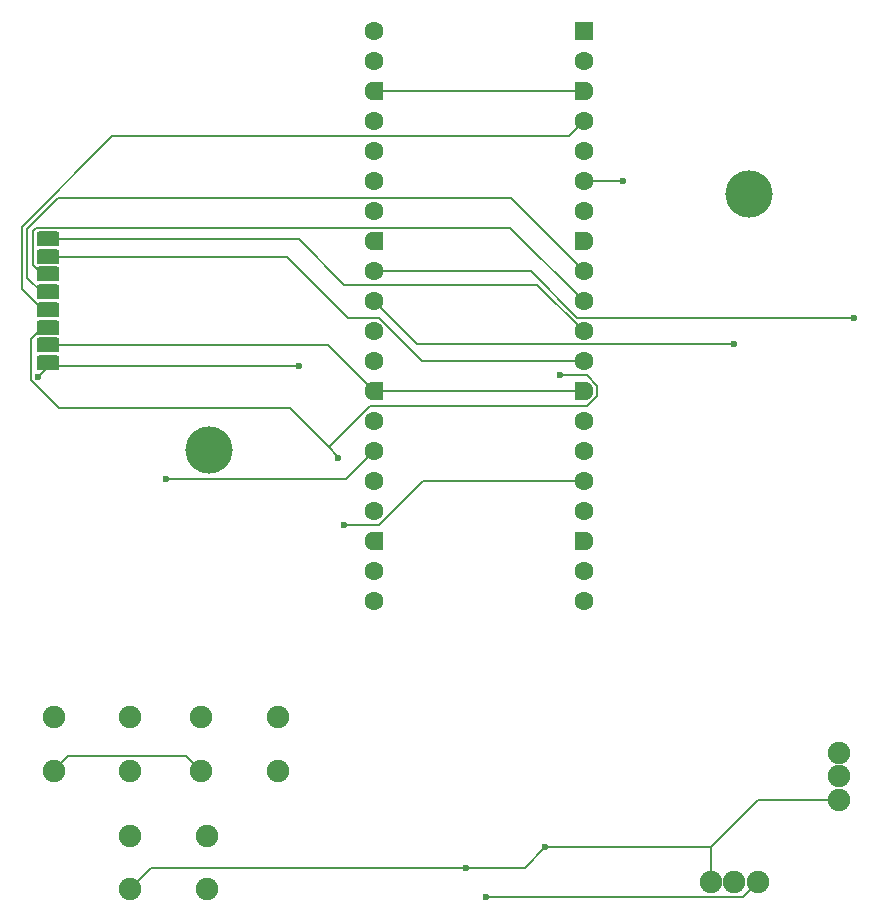
<source format=gtl>
%TF.GenerationSoftware,KiCad,Pcbnew,9.0.0*%
%TF.CreationDate,2025-03-20T22:54:18+00:00*%
%TF.ProjectId,PicoConsole,5069636f-436f-46e7-936f-6c652e6b6963,rev?*%
%TF.SameCoordinates,Original*%
%TF.FileFunction,Copper,L1,Top*%
%TF.FilePolarity,Positive*%
%FSLAX46Y46*%
G04 Gerber Fmt 4.6, Leading zero omitted, Abs format (unit mm)*
G04 Created by KiCad (PCBNEW 9.0.0) date 2025-03-20 22:54:18*
%MOMM*%
%LPD*%
G01*
G04 APERTURE LIST*
G04 Aperture macros list*
%AMRoundRect*
0 Rectangle with rounded corners*
0 $1 Rounding radius*
0 $2 $3 $4 $5 $6 $7 $8 $9 X,Y pos of 4 corners*
0 Add a 4 corners polygon primitive as box body*
4,1,4,$2,$3,$4,$5,$6,$7,$8,$9,$2,$3,0*
0 Add four circle primitives for the rounded corners*
1,1,$1+$1,$2,$3*
1,1,$1+$1,$4,$5*
1,1,$1+$1,$6,$7*
1,1,$1+$1,$8,$9*
0 Add four rect primitives between the rounded corners*
20,1,$1+$1,$2,$3,$4,$5,0*
20,1,$1+$1,$4,$5,$6,$7,0*
20,1,$1+$1,$6,$7,$8,$9,0*
20,1,$1+$1,$8,$9,$2,$3,0*%
%AMFreePoly0*
4,1,37,0.603843,0.796157,0.639018,0.796157,0.711114,0.766294,0.766294,0.711114,0.796157,0.639018,0.796157,0.603843,0.800000,0.600000,0.800000,-0.600000,0.796157,-0.603843,0.796157,-0.639018,0.766294,-0.711114,0.711114,-0.766294,0.639018,-0.796157,0.603843,-0.796157,0.600000,-0.800000,0.000000,-0.800000,0.000000,-0.796148,-0.078414,-0.796148,-0.232228,-0.765552,-0.377117,-0.705537,
-0.507515,-0.618408,-0.618408,-0.507515,-0.705537,-0.377117,-0.765552,-0.232228,-0.796148,-0.078414,-0.796148,0.078414,-0.765552,0.232228,-0.705537,0.377117,-0.618408,0.507515,-0.507515,0.618408,-0.377117,0.705537,-0.232228,0.765552,-0.078414,0.796148,0.000000,0.796148,0.000000,0.800000,0.600000,0.800000,0.603843,0.796157,0.603843,0.796157,$1*%
%AMFreePoly1*
4,1,37,0.000000,0.796148,0.078414,0.796148,0.232228,0.765552,0.377117,0.705537,0.507515,0.618408,0.618408,0.507515,0.705537,0.377117,0.765552,0.232228,0.796148,0.078414,0.796148,-0.078414,0.765552,-0.232228,0.705537,-0.377117,0.618408,-0.507515,0.507515,-0.618408,0.377117,-0.705537,0.232228,-0.765552,0.078414,-0.796148,0.000000,-0.796148,0.000000,-0.800000,-0.600000,-0.800000,
-0.603843,-0.796157,-0.639018,-0.796157,-0.711114,-0.766294,-0.766294,-0.711114,-0.796157,-0.639018,-0.796157,-0.603843,-0.800000,-0.600000,-0.800000,0.600000,-0.796157,0.603843,-0.796157,0.639018,-0.766294,0.711114,-0.711114,0.766294,-0.639018,0.796157,-0.603843,0.796157,-0.600000,0.800000,0.000000,0.800000,0.000000,0.796148,0.000000,0.796148,$1*%
G04 Aperture macros list end*
%TA.AperFunction,ComponentPad*%
%ADD10C,1.905000*%
%TD*%
%TA.AperFunction,SMDPad,CuDef*%
%ADD11RoundRect,0.190500X-0.762000X-0.444500X0.762000X-0.444500X0.762000X0.444500X-0.762000X0.444500X0*%
%TD*%
%TA.AperFunction,ComponentPad*%
%ADD12C,4.000000*%
%TD*%
%TA.AperFunction,ComponentPad*%
%ADD13RoundRect,0.200000X0.600000X0.600000X-0.600000X0.600000X-0.600000X-0.600000X0.600000X-0.600000X0*%
%TD*%
%TA.AperFunction,ComponentPad*%
%ADD14C,1.600000*%
%TD*%
%TA.AperFunction,ComponentPad*%
%ADD15FreePoly0,180.000000*%
%TD*%
%TA.AperFunction,ComponentPad*%
%ADD16FreePoly1,180.000000*%
%TD*%
%TA.AperFunction,ViaPad*%
%ADD17C,0.600000*%
%TD*%
%TA.AperFunction,Conductor*%
%ADD18C,0.200000*%
%TD*%
G04 APERTURE END LIST*
D10*
%TO.P,but2,1,VCC*%
%TO.N,unconnected-(but2-VCC-Pad1)*%
X75500000Y-96500000D03*
%TO.P,but2,2,VCC*%
%TO.N,VCC*%
X75500000Y-101000000D03*
%TO.P,but2,3,GND*%
%TO.N,unconnected-(but2-GND-Pad3)*%
X82000000Y-96500000D03*
%TO.P,but2,4,GND*%
%TO.N,pinTwo*%
X82000000Y-101000000D03*
%TD*%
D11*
%TO.P,screenConnector1,1,bl*%
%TO.N,SCR_BL*%
X68500000Y-46000000D03*
%TO.P,screenConnector1,2,RST*%
%TO.N,SCR_RST*%
X68500000Y-47500000D03*
%TO.P,screenConnector1,3,DC*%
%TO.N,SCR_DC*%
X68500000Y-49000000D03*
%TO.P,screenConnector1,4,CS*%
%TO.N,SCR_CS*%
X68500000Y-50500000D03*
%TO.P,screenConnector1,5,CLK*%
%TO.N,CLOCK*%
X68500000Y-52000000D03*
%TO.P,screenConnector1,6,DIN*%
%TO.N,MOSI*%
X68500000Y-53500000D03*
%TO.P,screenConnector1,7,GND*%
%TO.N,GROUND*%
X68500000Y-55000000D03*
%TO.P,screenConnector1,8,VCC*%
%TO.N,VCC*%
X68500000Y-56500000D03*
%TD*%
D10*
%TO.P,but1,1,VCC*%
%TO.N,unconnected-(but1-VCC-Pad1)*%
X69000000Y-86500000D03*
%TO.P,but1,2,VCC*%
%TO.N,VCC*%
X69000000Y-91000000D03*
%TO.P,but1,3,GND*%
%TO.N,unconnected-(but1-GND-Pad3)*%
X75500000Y-86500000D03*
%TO.P,but1,4,GND*%
%TO.N,pinThree*%
X75500000Y-91000000D03*
%TD*%
D12*
%TO.P,e,1*%
%TO.N,N/C*%
X82150000Y-63850000D03*
%TD*%
%TO.P,REF\u002A\u002A,1*%
%TO.N,N/C*%
X127850000Y-42150000D03*
%TD*%
D10*
%TO.P,but3,1,VCC*%
%TO.N,unconnected-(but3-VCC-Pad1)*%
X81500000Y-86500000D03*
%TO.P,but3,2,VCC*%
%TO.N,VCC*%
X81500000Y-91000000D03*
%TO.P,but3,3,GND*%
%TO.N,unconnected-(but3-GND-Pad3)*%
X88000000Y-86500000D03*
%TO.P,but3,4,GND*%
%TO.N,pinOne*%
X88000000Y-91000000D03*
%TD*%
%TO.P,AnalogJoystick1,1,xout*%
%TO.N,JOYx*%
X135500000Y-91500000D03*
%TO.P,AnalogJoystick1,2,gnd*%
%TO.N,GROUND*%
X135500000Y-89500000D03*
%TO.P,AnalogJoystick1,3,vcc*%
%TO.N,VCC*%
X135500000Y-93500000D03*
%TO.P,AnalogJoystick1,4,yout*%
%TO.N,JOYy*%
X126650000Y-100475000D03*
%TO.P,AnalogJoystick1,5,gnd*%
%TO.N,GROUND*%
X128650000Y-100475000D03*
%TO.P,AnalogJoystick1,6,vcc*%
%TO.N,VCC*%
X124650000Y-100475000D03*
%TD*%
D13*
%TO.P,A1,1,GPIO0*%
%TO.N,unconnected-(A1-GPIO0-Pad1)*%
X113890000Y-28407500D03*
D14*
%TO.P,A1,2,GPIO1*%
%TO.N,unconnected-(A1-GPIO1-Pad2)*%
X113890000Y-30947500D03*
D15*
%TO.P,A1,3,GND*%
%TO.N,GROUND*%
X113890000Y-33487500D03*
D14*
%TO.P,A1,4,GPIO2*%
%TO.N,CLOCK*%
X113890000Y-36027500D03*
%TO.P,A1,5,GPIO3*%
%TO.N,MOSI*%
X113890000Y-38567500D03*
%TO.P,A1,6,GPIO4*%
%TO.N,MISO*%
X113890000Y-41107500D03*
%TO.P,A1,7,GPIO5*%
%TO.N,unconnected-(A1-GPIO5-Pad7)*%
X113890000Y-43647500D03*
D15*
%TO.P,A1,8,GND*%
%TO.N,GROUND*%
X113890000Y-46187500D03*
D14*
%TO.P,A1,9,GPIO6*%
%TO.N,SCR_CS*%
X113890000Y-48727500D03*
%TO.P,A1,10,GPIO7*%
%TO.N,SCR_DC*%
X113890000Y-51267500D03*
%TO.P,A1,11,GPIO8*%
%TO.N,SCR_BL*%
X113890000Y-53807500D03*
%TO.P,A1,12,GPIO9*%
%TO.N,SCR_RST*%
X113890000Y-56347500D03*
D15*
%TO.P,A1,13,GND*%
%TO.N,GROUND*%
X113890000Y-58887500D03*
D14*
%TO.P,A1,14,GPIO10*%
%TO.N,unconnected-(A1-GPIO10-Pad14)*%
X113890000Y-61427500D03*
%TO.P,A1,15,GPIO11*%
%TO.N,unconnected-(A1-GPIO11-Pad15)*%
X113890000Y-63967500D03*
%TO.P,A1,16,GPIO12*%
%TO.N,MMC_CS*%
X113890000Y-66507500D03*
%TO.P,A1,17,GPIO13*%
%TO.N,unconnected-(A1-GPIO13-Pad17)*%
X113890000Y-69047500D03*
D15*
%TO.P,A1,18,GND*%
%TO.N,GROUND*%
X113890000Y-71587500D03*
D14*
%TO.P,A1,19,GPIO14*%
%TO.N,unconnected-(A1-GPIO14-Pad19)*%
X113890000Y-74127500D03*
%TO.P,A1,20,GPIO15*%
%TO.N,unconnected-(A1-GPIO15-Pad20)*%
X113890000Y-76667500D03*
%TO.P,A1,21,GPIO16*%
%TO.N,unconnected-(A1-GPIO16-Pad21)*%
X96110000Y-76667500D03*
%TO.P,A1,22,GPIO17*%
%TO.N,unconnected-(A1-GPIO17-Pad22)*%
X96110000Y-74127500D03*
D16*
%TO.P,A1,23,GND*%
%TO.N,GROUND*%
X96110000Y-71587500D03*
D14*
%TO.P,A1,24,GPIO18*%
%TO.N,unconnected-(A1-GPIO18-Pad24)*%
X96110000Y-69047500D03*
%TO.P,A1,25,GPIO19*%
%TO.N,unconnected-(A1-GPIO19-Pad25)*%
X96110000Y-66507500D03*
%TO.P,A1,26,GPIO20*%
%TO.N,pinThree*%
X96110000Y-63967500D03*
%TO.P,A1,27,GPIO21*%
%TO.N,pinTwo*%
X96110000Y-61427500D03*
D16*
%TO.P,A1,28,GND*%
%TO.N,GROUND*%
X96110000Y-58887500D03*
D14*
%TO.P,A1,29,GPIO22*%
%TO.N,pinOne*%
X96110000Y-56347500D03*
%TO.P,A1,30,RUN*%
%TO.N,unconnected-(A1-RUN-Pad30)*%
X96110000Y-53807500D03*
%TO.P,A1,31,GPIO26_ADC0*%
%TO.N,JOYy*%
X96110000Y-51267500D03*
%TO.P,A1,32,GPIO27_ADC1*%
%TO.N,JOYx*%
X96110000Y-48727500D03*
D16*
%TO.P,A1,33,AGND*%
%TO.N,unconnected-(A1-AGND-Pad33)*%
X96110000Y-46187500D03*
D14*
%TO.P,A1,34,GPIO28_ADC2*%
%TO.N,unconnected-(A1-GPIO28_ADC2-Pad34)*%
X96110000Y-43647500D03*
%TO.P,A1,35,ADC_VREF*%
%TO.N,unconnected-(A1-ADC_VREF-Pad35)*%
X96110000Y-41107500D03*
%TO.P,A1,36,3V3*%
%TO.N,VCC*%
X96110000Y-38567500D03*
%TO.P,A1,37,3V3_EN*%
%TO.N,unconnected-(A1-3V3_EN-Pad37)*%
X96110000Y-36027500D03*
D16*
%TO.P,A1,38,GND*%
%TO.N,GROUND*%
X96110000Y-33487500D03*
D14*
%TO.P,A1,39,VSYS*%
%TO.N,unconnected-(A1-VSYS-Pad39)*%
X96110000Y-30947500D03*
%TO.P,A1,40,VBUS*%
%TO.N,unconnected-(A1-VBUS-Pad40)*%
X96110000Y-28407500D03*
%TD*%
D17*
%TO.N,GROUND*%
X105620000Y-101746100D03*
%TO.N,VCC*%
X103920000Y-99222300D03*
X67673700Y-57639100D03*
X110620000Y-97511900D03*
X89791700Y-56715500D03*
%TO.N,MMC_CS*%
X93631700Y-70193700D03*
%TO.N,MOSI*%
X111852900Y-57549800D03*
X93098400Y-64510200D03*
%TO.N,JOYx*%
X136796400Y-52679000D03*
%TO.N,JOYy*%
X126650000Y-54910200D03*
%TO.N,pinThree*%
X78500100Y-66326700D03*
%TO.N,MISO*%
X117252700Y-41107500D03*
%TD*%
D18*
%TO.N,GROUND*%
X128650000Y-100475000D02*
X127378900Y-101746100D01*
X127378900Y-101746100D02*
X105620000Y-101746100D01*
X92222500Y-55000000D02*
X96110000Y-58887500D01*
X68500000Y-55000000D02*
X92222500Y-55000000D01*
X96110000Y-58887500D02*
X113890000Y-58887500D01*
X96110000Y-33487500D02*
X113890000Y-33487500D01*
%TO.N,SCR_DC*%
X67237500Y-48237700D02*
X67237500Y-45277900D01*
X68500000Y-49000000D02*
X67999800Y-49000000D01*
X107654400Y-45031900D02*
X113890000Y-51267500D01*
X67237500Y-45277900D02*
X67483500Y-45031900D01*
X67483500Y-45031900D02*
X107654400Y-45031900D01*
X67999800Y-49000000D02*
X67237500Y-48237700D01*
%TO.N,VCC*%
X124650000Y-97511900D02*
X128661900Y-93500000D01*
X70265600Y-89734400D02*
X80234400Y-89734400D01*
X124650000Y-100475000D02*
X124650000Y-97511900D01*
X103920000Y-99222300D02*
X108909600Y-99222300D01*
X77277700Y-99222300D02*
X103920000Y-99222300D01*
X80234400Y-89734400D02*
X81500000Y-91000000D01*
X128661900Y-93500000D02*
X135500000Y-93500000D01*
X124650000Y-97511900D02*
X110620000Y-97511900D01*
X68500000Y-56812800D02*
X67673700Y-57639100D01*
X68500000Y-56500000D02*
X68500000Y-56715500D01*
X108909600Y-99222300D02*
X110620000Y-97511900D01*
X68500000Y-56715500D02*
X68500000Y-56812800D01*
X69000000Y-91000000D02*
X70265600Y-89734400D01*
X68500000Y-56715500D02*
X89791700Y-56715500D01*
X75500000Y-101000000D02*
X77277700Y-99222300D01*
%TO.N,MMC_CS*%
X113890000Y-66507500D02*
X100244100Y-66507500D01*
X96557900Y-70193700D02*
X93631700Y-70193700D01*
X100244100Y-66507500D02*
X96557900Y-70193700D01*
%TO.N,SCR_RST*%
X88758500Y-47500000D02*
X93964300Y-52705800D01*
X100208100Y-56347500D02*
X113890000Y-56347500D01*
X68500000Y-47500000D02*
X88758500Y-47500000D01*
X96566400Y-52705800D02*
X100208100Y-56347500D01*
X93964300Y-52705800D02*
X96566400Y-52705800D01*
%TO.N,MOSI*%
X95807100Y-60154800D02*
X114179700Y-60154800D01*
X93098400Y-64411000D02*
X93098400Y-64510200D01*
X67071900Y-57958800D02*
X69442100Y-60329000D01*
X114179700Y-60154800D02*
X115027400Y-59307100D01*
X115027400Y-58418600D02*
X114158600Y-57549800D01*
X92324700Y-63637200D02*
X93098400Y-64411000D01*
X114158600Y-57549800D02*
X111852900Y-57549800D01*
X115027400Y-59307100D02*
X115027400Y-58418600D01*
X89016400Y-60329000D02*
X92324700Y-63637200D01*
X92324700Y-63637200D02*
X95807100Y-60154800D01*
X68038400Y-53500000D02*
X67071900Y-54466500D01*
X68500000Y-53500000D02*
X68038400Y-53500000D01*
X67071900Y-54466500D02*
X67071900Y-57958800D01*
X69442100Y-60329000D02*
X89016400Y-60329000D01*
%TO.N,SCR_BL*%
X93632500Y-49857400D02*
X109939900Y-49857400D01*
X68500000Y-46000000D02*
X89775100Y-46000000D01*
X109939900Y-49857400D02*
X113890000Y-53807500D01*
X89775100Y-46000000D02*
X93632500Y-49857400D01*
%TO.N,CLOCK*%
X68500000Y-52000000D02*
X68087500Y-52000000D01*
X68087500Y-52000000D02*
X66339500Y-50252000D01*
X73990800Y-37297500D02*
X112620000Y-37297500D01*
X66339500Y-44948800D02*
X73990800Y-37297500D01*
X66339500Y-50252000D02*
X66339500Y-44948800D01*
X112620000Y-37297500D02*
X113890000Y-36027500D01*
%TO.N,JOYx*%
X113336500Y-52679000D02*
X136796400Y-52679000D01*
X96110000Y-48727500D02*
X109385000Y-48727500D01*
X109385000Y-48727500D02*
X113336500Y-52679000D01*
%TO.N,JOYy*%
X126650000Y-54910200D02*
X99752700Y-54910200D01*
X99752700Y-54910200D02*
X96110000Y-51267500D01*
%TO.N,pinThree*%
X93750800Y-66326700D02*
X78500100Y-66326700D01*
X96110000Y-63967500D02*
X93750800Y-66326700D01*
%TO.N,MISO*%
X113890000Y-41107500D02*
X117252700Y-41107500D01*
%TO.N,SCR_CS*%
X68500000Y-50500000D02*
X67999800Y-50500000D01*
X66781000Y-45107800D02*
X69343700Y-42545100D01*
X66781000Y-49281200D02*
X66781000Y-45107800D01*
X69343700Y-42545100D02*
X107707600Y-42545100D01*
X67999800Y-50500000D02*
X66781000Y-49281200D01*
X107707600Y-42545100D02*
X113890000Y-48727500D01*
%TD*%
M02*

</source>
